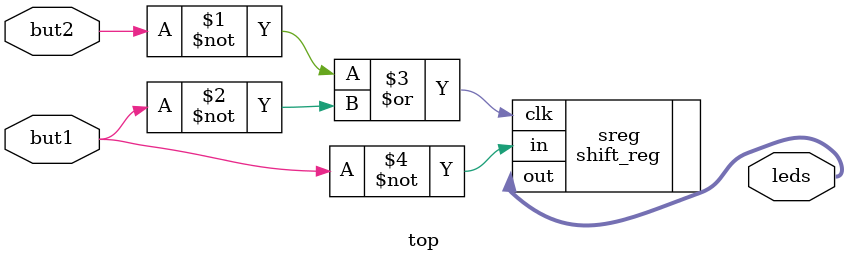
<source format=v>
module top (
        input but1,
        input but2,
        output [0:7] leds
);

shift_reg sreg (.clk(~but2 | ~but1), .out(leds), .in(~but1));
endmodule

</source>
